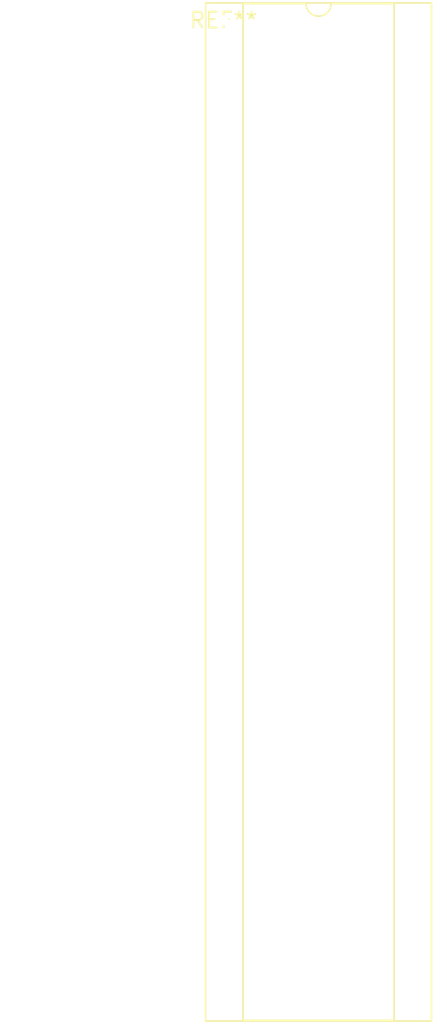
<source format=kicad_pcb>
(kicad_pcb (version 20240108) (generator pcbnew)
  (layers (0 "F.Cu" signal) (31 "B.Cu" signal) (34 "B.Paste" user) (35 "F.Paste" user) (36 "B.SilkS" user "B.Silkscreen") (37 "F.SilkS" user "F.Silkscreen") (38 "B.Mask" user) (39 "F.Mask" user) (44 "Edge.Cuts" user))
  (net 0 "")
  (footprint "DIP-64_W15.24mm_Socket_LongPads" (layer "F.Cu") (at 0 0)
    (property "Reference" "REF**")
    (property "Value" "DIP-64_W15.24mm_Socket_LongPads")
    (fp_line (start -1.44 -1.39) (end -1.44 80.13) (layer "F.SilkS") (stroke (width 0.12)))
    (fp_line (start -1.44 80.13) (end 16.68 80.13) (layer "F.SilkS") (stroke (width 0.12)))
    (fp_line (start 1.56 -1.33) (end 1.56 80.07) (layer "F.SilkS") (stroke (width 0.12)))
    (fp_line (start 1.56 80.07) (end 13.68 80.07) (layer "F.SilkS") (stroke (width 0.12)))
    (fp_line (start 6.62 -1.33) (end 1.56 -1.33) (layer "F.SilkS") (stroke (width 0.12)))
    (fp_line (start 13.68 -1.33) (end 8.62 -1.33) (layer "F.SilkS") (stroke (width 0.12)))
    (fp_line (start 13.68 80.07) (end 13.68 -1.33) (layer "F.SilkS") (stroke (width 0.12)))
    (fp_line (start 16.68 -1.39) (end -1.44 -1.39) (layer "F.SilkS") (stroke (width 0.12)))
    (fp_line (start 16.68 80.13) (end 16.68 -1.39) (layer "F.SilkS") (stroke (width 0.12)))
    (fp_arc (start 8.62 -1.33) (mid 7.62 -0.33) (end 6.62 -1.33) (layer "F.SilkS") (stroke (width 0.12)))
    (pad "1" thru_hole rect (at 0 0) (size 2.4 1.6) (drill 0.8) (layers *.Cu *.Mask) (remove_unused_layers))
    (pad "2" thru_hole oval (at 0 2.54) (size 2.4 1.6) (drill 0.8) (layers *.Cu *.Mask) (remove_unused_layers))
    (pad "3" thru_hole oval (at 0 5.08) (size 2.4 1.6) (drill 0.8) (layers *.Cu *.Mask) (remove_unused_layers))
    (pad "4" thru_hole oval (at 0 7.62) (size 2.4 1.6) (drill 0.8) (layers *.Cu *.Mask) (remove_unused_layers))
    (pad "5" thru_hole oval (at 0 10.16) (size 2.4 1.6) (drill 0.8) (layers *.Cu *.Mask) (remove_unused_layers))
    (pad "6" thru_hole oval (at 0 12.7) (size 2.4 1.6) (drill 0.8) (layers *.Cu *.Mask) (remove_unused_layers))
    (pad "7" thru_hole oval (at 0 15.24) (size 2.4 1.6) (drill 0.8) (layers *.Cu *.Mask) (remove_unused_layers))
    (pad "8" thru_hole oval (at 0 17.78) (size 2.4 1.6) (drill 0.8) (layers *.Cu *.Mask) (remove_unused_layers))
    (pad "9" thru_hole oval (at 0 20.32) (size 2.4 1.6) (drill 0.8) (layers *.Cu *.Mask) (remove_unused_layers))
    (pad "10" thru_hole oval (at 0 22.86) (size 2.4 1.6) (drill 0.8) (layers *.Cu *.Mask) (remove_unused_layers))
    (pad "11" thru_hole oval (at 0 25.4) (size 2.4 1.6) (drill 0.8) (layers *.Cu *.Mask) (remove_unused_layers))
    (pad "12" thru_hole oval (at 0 27.94) (size 2.4 1.6) (drill 0.8) (layers *.Cu *.Mask) (remove_unused_layers))
    (pad "13" thru_hole oval (at 0 30.48) (size 2.4 1.6) (drill 0.8) (layers *.Cu *.Mask) (remove_unused_layers))
    (pad "14" thru_hole oval (at 0 33.02) (size 2.4 1.6) (drill 0.8) (layers *.Cu *.Mask) (remove_unused_layers))
    (pad "15" thru_hole oval (at 0 35.56) (size 2.4 1.6) (drill 0.8) (layers *.Cu *.Mask) (remove_unused_layers))
    (pad "16" thru_hole oval (at 0 38.1) (size 2.4 1.6) (drill 0.8) (layers *.Cu *.Mask) (remove_unused_layers))
    (pad "17" thru_hole oval (at 0 40.64) (size 2.4 1.6) (drill 0.8) (layers *.Cu *.Mask) (remove_unused_layers))
    (pad "18" thru_hole oval (at 0 43.18) (size 2.4 1.6) (drill 0.8) (layers *.Cu *.Mask) (remove_unused_layers))
    (pad "19" thru_hole oval (at 0 45.72) (size 2.4 1.6) (drill 0.8) (layers *.Cu *.Mask) (remove_unused_layers))
    (pad "20" thru_hole oval (at 0 48.26) (size 2.4 1.6) (drill 0.8) (layers *.Cu *.Mask) (remove_unused_layers))
    (pad "21" thru_hole oval (at 0 50.8) (size 2.4 1.6) (drill 0.8) (layers *.Cu *.Mask) (remove_unused_layers))
    (pad "22" thru_hole oval (at 0 53.34) (size 2.4 1.6) (drill 0.8) (layers *.Cu *.Mask) (remove_unused_layers))
    (pad "23" thru_hole oval (at 0 55.88) (size 2.4 1.6) (drill 0.8) (layers *.Cu *.Mask) (remove_unused_layers))
    (pad "24" thru_hole oval (at 0 58.42) (size 2.4 1.6) (drill 0.8) (layers *.Cu *.Mask) (remove_unused_layers))
    (pad "25" thru_hole oval (at 0 60.96) (size 2.4 1.6) (drill 0.8) (layers *.Cu *.Mask) (remove_unused_layers))
    (pad "26" thru_hole oval (at 0 63.5) (size 2.4 1.6) (drill 0.8) (layers *.Cu *.Mask) (remove_unused_layers))
    (pad "27" thru_hole oval (at 0 66.04) (size 2.4 1.6) (drill 0.8) (layers *.Cu *.Mask) (remove_unused_layers))
    (pad "28" thru_hole oval (at 0 68.58) (size 2.4 1.6) (drill 0.8) (layers *.Cu *.Mask) (remove_unused_layers))
    (pad "29" thru_hole oval (at 0 71.12) (size 2.4 1.6) (drill 0.8) (layers *.Cu *.Mask) (remove_unused_layers))
    (pad "30" thru_hole oval (at 0 73.66) (size 2.4 1.6) (drill 0.8) (layers *.Cu *.Mask) (remove_unused_layers))
    (pad "31" thru_hole oval (at 0 76.2) (size 2.4 1.6) (drill 0.8) (layers *.Cu *.Mask) (remove_unused_layers))
    (pad "32" thru_hole oval (at 0 78.74) (size 2.4 1.6) (drill 0.8) (layers *.Cu *.Mask) (remove_unused_layers))
    (pad "33" thru_hole oval (at 15.24 78.74) (size 2.4 1.6) (drill 0.8) (layers *.Cu *.Mask) (remove_unused_layers))
    (pad "34" thru_hole oval (at 15.24 76.2) (size 2.4 1.6) (drill 0.8) (layers *.Cu *.Mask) (remove_unused_layers))
    (pad "35" thru_hole oval (at 15.24 73.66) (size 2.4 1.6) (drill 0.8) (layers *.Cu *.Mask) (remove_unused_layers))
    (pad "36" thru_hole oval (at 15.24 71.12) (size 2.4 1.6) (drill 0.8) (layers *.Cu *.Mask) (remove_unused_layers))
    (pad "37" thru_hole oval (at 15.24 68.58) (size 2.4 1.6) (drill 0.8) (layers *.Cu *.Mask) (remove_unused_layers))
    (pad "38" thru_hole oval (at 15.24 66.04) (size 2.4 1.6) (drill 0.8) (layers *.Cu *.Mask) (remove_unused_layers))
    (pad "39" thru_hole oval (at 15.24 63.5) (size 2.4 1.6) (drill 0.8) (layers *.Cu *.Mask) (remove_unused_layers))
    (pad "40" thru_hole oval (at 15.24 60.96) (size 2.4 1.6) (drill 0.8) (layers *.Cu *.Mask) (remove_unused_layers))
    (pad "41" thru_hole oval (at 15.24 58.42) (size 2.4 1.6) (drill 0.8) (layers *.Cu *.Mask) (remove_unused_layers))
    (pad "42" thru_hole oval (at 15.24 55.88) (size 2.4 1.6) (drill 0.8) (layers *.Cu *.Mask) (remove_unused_layers))
    (pad "43" thru_hole oval (at 15.24 53.34) (size 2.4 1.6) (drill 0.8) (layers *.Cu *.Mask) (remove_unused_layers))
    (pad "44" thru_hole oval (at 15.24 50.8) (size 2.4 1.6) (drill 0.8) (layers *.Cu *.Mask) (remove_unused_layers))
    (pad "45" thru_hole oval (at 15.24 48.26) (size 2.4 1.6) (drill 0.8) (layers *.Cu *.Mask) (remove_unused_layers))
    (pad "46" thru_hole oval (at 15.24 45.72) (size 2.4 1.6) (drill 0.8) (layers *.Cu *.Mask) (remove_unused_layers))
    (pad "47" thru_hole oval (at 15.24 43.18) (size 2.4 1.6) (drill 0.8) (layers *.Cu *.Mask) (remove_unused_layers))
    (pad "48" thru_hole oval (at 15.24 40.64) (size 2.4 1.6) (drill 0.8) (layers *.Cu *.Mask) (remove_unused_layers))
    (pad "49" thru_hole oval (at 15.24 38.1) (size 2.4 1.6) (drill 0.8) (layers *.Cu *.Mask) (remove_unused_layers))
    (pad "50" thru_hole oval (at 15.24 35.56) (size 2.4 1.6) (drill 0.8) (layers *.Cu *.Mask) (remove_unused_layers))
    (pad "51" thru_hole oval (at 15.24 33.02) (size 2.4 1.6) (drill 0.8) (layers *.Cu *.Mask) (remove_unused_layers))
    (pad "52" thru_hole oval (at 15.24 30.48) (size 2.4 1.6) (drill 0.8) (layers *.Cu *.Mask) (remove_unused_layers))
    (pad "53" thru_hole oval (at 15.24 27.94) (size 2.4 1.6) (drill 0.8) (layers *.Cu *.Mask) (remove_unused_layers))
    (pad "54" thru_hole oval (at 15.24 25.4) (size 2.4 1.6) (drill 0.8) (layers *.Cu *.Mask) (remove_unused_layers))
    (pad "55" thru_hole oval (at 15.24 22.86) (size 2.4 1.6) (drill 0.8) (layers *.Cu *.Mask) (remove_unused_layers))
    (pad "56" thru_hole oval (at 15.24 20.32) (size 2.4 1.6) (drill 0.8) (layers *.Cu *.Mask) (remove_unused_layers))
    (pad "57" thru_hole oval (at 15.24 17.78) (size 2.4 1.6) (drill 0.8) (layers *.Cu *.Mask) (remove_unused_layers))
    (pad "58" thru_hole oval (at 15.24 15.24) (size 2.4 1.6) (drill 0.8) (layers *.Cu *.Mask) (remove_unused_layers))
    (pad "59" thru_hole oval (at 15.24 12.7) (size 2.4 1.6) (drill 0.8) (layers *.Cu *.Mask) (remove_unused_layers))
    (pad "60" thru_hole oval (at 15.24 10.16) (size 2.4 1.6) (drill 0.8) (layers *.Cu *.Mask) (remove_unused_layers))
    (pad "61" thru_hole oval (at 15.24 7.62) (size 2.4 1.6) (drill 0.8) (layers *.Cu *.Mask) (remove_unused_layers))
    (pad "62" thru_hole oval (at 15.24 5.08) (size 2.4 1.6) (drill 0.8) (layers *.Cu *.Mask) (remove_unused_layers))
    (pad "63" thru_hole oval (at 15.24 2.54) (size 2.4 1.6) (drill 0.8) (layers *.Cu *.Mask) (remove_unused_layers))
    (pad "64" thru_hole oval (at 15.24 0) (size 2.4 1.6) (drill 0.8) (layers *.Cu *.Mask) (remove_unused_layers))
  )
)
</source>
